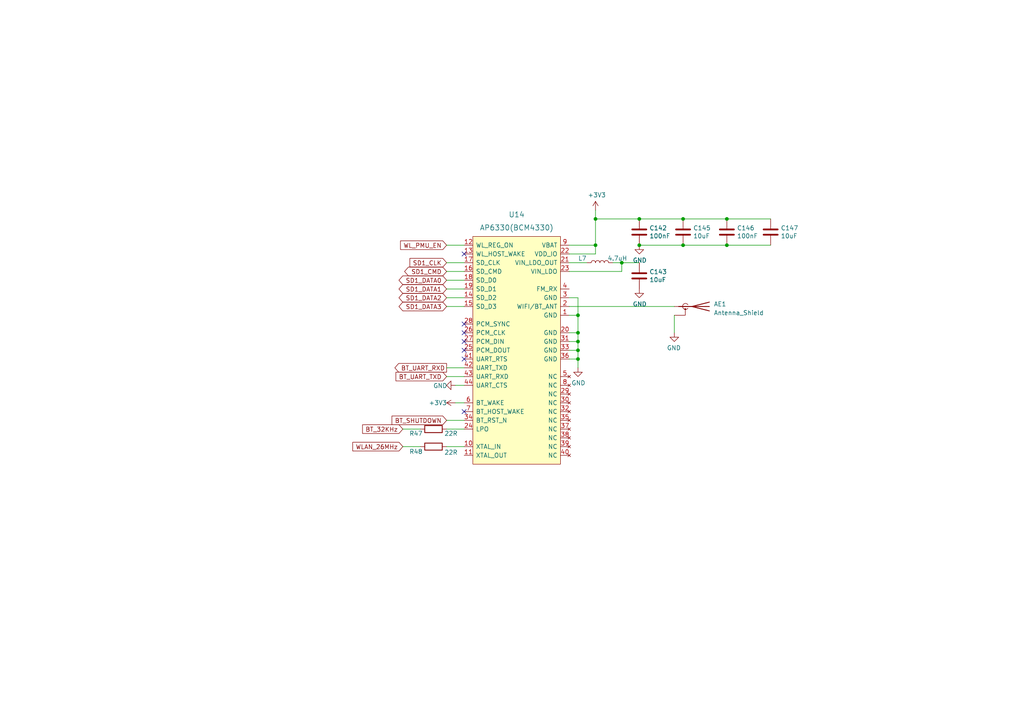
<source format=kicad_sch>
(kicad_sch (version 20230121) (generator eeschema)
  (paper "A4")
  (lib_symbols
    (symbol "Device:Antenna_Shield" (pin_numbers hide) (pin_names (offset 1.016) hide)
      (property "Reference" "AE" (at -1.905 4.445 0))
      (property "Value" "Antenna_Shield" (at -1.905 2.54 0))
      (symbol "Antenna_Shield_0_1"
        (arc (start -0.508 -1.143) (mid -0.8429 -2.1194) (end 0 -2.667))
        (arc (start 0 -2.667) (mid 0.7989 -2.1052) (end 0.508 -1.143))
        (polyline (pts (xy 0 -2.54) (xy 0 0)))
        (polyline (pts (xy 0 5.08) (xy 0 -3.81)) (stroke (width 0.254)))
        (polyline (pts (xy 0.762 -1.905) (xy 2.54 -1.905)))
        (polyline (pts (xy 2.54 -2.54) (xy 2.54 -1.905)))
        (polyline (pts (xy 1.27 5.08) (xy 0 0) (xy -1.27 5.08)) (stroke (width 0.254)))
        (circle (center 0.762 -1.905) (radius 0.1778) (fill (type outline)))
      )
      (symbol "Antenna_Shield_1_1"
        (pin input line (at 0 -5.08 90) (length 2.54) (name "A") (number "1"))
        (pin input line (at 2.54 -5.08 90) (length 2.54) (name "Shield") (number "2"))
      )
    )
    (symbol "Device:C" (pin_numbers hide) (pin_names (offset 0.254))
      (property "Reference" "C" (at 0.635 2.54 0))
      (property "Value" "C" (at 0.635 -2.54 0))
      (symbol "C_0_1"
        (polyline (pts (xy -2.032 -0.762) (xy 2.032 -0.762)) (stroke (width 0.508)))
        (polyline (pts (xy -2.032 0.762) (xy 2.032 0.762)) (stroke (width 0.508)))
      )
      (symbol "C_1_1"
        (pin passive line (at 0 3.81 270) (length 2.794) (name "~") (number "1"))
        (pin passive line (at 0 -3.81 90) (length 2.794) (name "~") (number "2"))
      )
    )
    (symbol "Device:L" (pin_numbers hide) (pin_names (offset 1.016) hide)
      (property "Reference" "L" (at -1.27 0 90))
      (property "Value" "L" (at 1.905 0 90))
      (symbol "L_0_1"
        (arc (start 0 -2.54) (mid 0.6323 -1.905) (end 0 -1.27))
        (arc (start 0 -1.27) (mid 0.6323 -0.635) (end 0 0))
        (arc (start 0 0) (mid 0.6323 0.635) (end 0 1.27))
        (arc (start 0 1.27) (mid 0.6323 1.905) (end 0 2.54))
      )
      (symbol "L_1_1"
        (pin passive line (at 0 3.81 270) (length 1.27) (name "1") (number "1"))
        (pin passive line (at 0 -3.81 90) (length 1.27) (name "2") (number "2"))
      )
    )
    (symbol "Device:R" (pin_numbers hide) (pin_names (offset 0))
      (property "Reference" "R" (at 2.032 0 90))
      (property "Value" "R" (at 0 0 90))
      (symbol "R_0_1"
        (rectangle (start -1.016 -2.54) (end 1.016 2.54) (stroke (width 0.254)))
      )
      (symbol "R_1_1"
        (pin passive line (at 0 3.81 270) (length 1.27) (name "~") (number "1"))
        (pin passive line (at 0 -3.81 90) (length 1.27) (name "~") (number "2"))
      )
    )
    (symbol "power:+3V3" (power) (pin_names (offset 0))
      (property "Value" "+3V3" (at 0 3.556 0))
      (symbol "+3V3_0_1"
        (polyline (pts (xy -0.762 1.27) (xy 0 2.54)))
        (polyline (pts (xy 0 0) (xy 0 2.54)))
        (polyline (pts (xy 0 2.54) (xy 0.762 1.27)))
      )
      (symbol "+3V3_1_1"
        (pin power_in line (at 0 0 90) (length 0) hide (name "+3V3") (number "1"))
      )
    )
    (symbol "power:GND" (power) (pin_names (offset 0))
      (property "Value" "GND" (at 0 -3.81 0))
      (symbol "GND_0_1"
        (polyline (pts (xy 0 0) (xy 0 -1.27) (xy 1.27 -1.27) (xy 0 -2.54) (xy -1.27 -1.27) (xy 0 -1.27)))
      )
      (symbol "GND_1_1"
        (pin power_in line (at 0 0 270) (length 0) hide (name "GND") (number "1"))
      )
    )
    (symbol "symbols:AP6330(BCM4330)" (pin_names (offset 0.889))
      (property "Reference" "U" (at -10.16 34.925 0))
      (property "Value" "AP6330(BCM4330)" (at 0 -34.925 0))
      (symbol "AP6330(BCM4330)_0_1"
        (rectangle (start 12.7 33.02) (end -12.7 -33.02) (fill (type background)))
      )
      (symbol "AP6330(BCM4330)_1_1"
        (pin power_in line (at 15.24 10.16 180) (length 2.4892) (name "GND") (number "1"))
        (pin input line (at -15.24 -27.94 0) (length 2.4892) (name "XTAL_IN") (number "10"))
        (pin output line (at -15.24 -30.48 0) (length 2.4892) (name "XTAL_OUT") (number "11"))
        (pin input line (at -15.24 30.48 0) (length 2.4892) (name "WL_REG_ON") (number "12"))
        (pin output line (at -15.24 27.94 0) (length 2.4892) (name "WL_HOST_WAKE") (number "13"))
        (pin bidirectional line (at -15.24 15.24 0) (length 2.4892) (name "SD_D2") (number "14"))
        (pin bidirectional line (at -15.24 12.7 0) (length 2.4892) (name "SD_D3") (number "15"))
        (pin bidirectional line (at -15.24 22.86 0) (length 2.4892) (name "SD_CMD") (number "16"))
        (pin input line (at -15.24 25.4 0) (length 2.4892) (name "SD_CLK") (number "17"))
        (pin bidirectional line (at -15.24 20.32 0) (length 2.4892) (name "SD_D0") (number "18"))
        (pin bidirectional line (at -15.24 17.78 0) (length 2.4892) (name "SD_D1") (number "19"))
        (pin bidirectional line (at 15.24 12.7 180) (length 2.4892) (name "WIFI/BT_ANT") (number "2"))
        (pin power_in line (at 15.24 5.08 180) (length 2.4892) (name "GND") (number "20"))
        (pin power_out line (at 15.24 25.4 180) (length 2.4892) (name "VIN_LDO_OUT") (number "21"))
        (pin power_in line (at 15.24 27.94 180) (length 2.4892) (name "VDD_IO") (number "22"))
        (pin power_in line (at 15.24 22.86 180) (length 2.4892) (name "VIN_LDO") (number "23"))
        (pin bidirectional line (at -15.24 -22.86 0) (length 2.4892) (name "LPO") (number "24"))
        (pin output line (at -15.24 0 0) (length 2.4892) (name "PCM_DOUT") (number "25"))
        (pin input line (at -15.24 5.08 0) (length 2.4892) (name "PCM_CLK") (number "26"))
        (pin input line (at -15.24 2.54 0) (length 2.4892) (name "PCM_DIN") (number "27"))
        (pin input line (at -15.24 7.62 0) (length 2.4892) (name "PCM_SYNC") (number "28"))
        (pin no_connect line (at 15.24 -12.7 180) (length 2.4892) (name "NC") (number "29"))
        (pin power_in line (at 15.24 15.24 180) (length 2.4892) (name "GND") (number "3"))
        (pin no_connect line (at 15.24 -15.24 180) (length 2.4892) (name "NC") (number "30"))
        (pin power_in line (at 15.24 2.54 180) (length 2.4892) (name "GND") (number "31"))
        (pin no_connect line (at 15.24 -17.78 180) (length 2.4892) (name "NC") (number "32"))
        (pin power_in line (at 15.24 0 180) (length 2.4892) (name "GND") (number "33"))
        (pin input line (at -15.24 -20.32 0) (length 2.4892) (name "BT_RST_N") (number "34"))
        (pin no_connect line (at 15.24 -20.32 180) (length 2.4892) (name "NC") (number "35"))
        (pin power_in line (at 15.24 -2.54 180) (length 2.4892) (name "GND") (number "36"))
        (pin no_connect line (at 15.24 -22.86 180) (length 2.4892) (name "NC") (number "37"))
        (pin no_connect line (at 15.24 -25.4 180) (length 2.4892) (name "NC") (number "38"))
        (pin no_connect line (at 15.24 -27.94 180) (length 2.4892) (name "NC") (number "39"))
        (pin input line (at 15.24 17.78 180) (length 2.4892) (name "FM_RX") (number "4"))
        (pin no_connect line (at 15.24 -30.48 180) (length 2.4892) (name "NC") (number "40"))
        (pin output line (at -15.24 -2.54 0) (length 2.4892) (name "UART_RTS") (number "41"))
        (pin output line (at -15.24 -5.08 0) (length 2.4892) (name "UART_TXD") (number "42"))
        (pin input line (at -15.24 -7.62 0) (length 2.4892) (name "UART_RXD") (number "43"))
        (pin input line (at -15.24 -10.16 0) (length 2.4892) (name "UART_CTS") (number "44"))
        (pin no_connect line (at 15.24 -7.62 180) (length 2.4892) (name "NC") (number "5"))
        (pin input line (at -15.24 -15.24 0) (length 2.4892) (name "BT_WAKE") (number "6"))
        (pin output line (at -15.24 -17.78 0) (length 2.4892) (name "BT_HOST_WAKE") (number "7"))
        (pin no_connect line (at 15.24 -10.16 180) (length 2.4892) (name "NC") (number "8"))
        (pin power_in line (at 15.24 30.48 180) (length 2.4892) (name "VBAT") (number "9"))
      )
    )
  )
  (junction (at 167.64 101.6) (diameter 0.9144))
  (junction (at 167.64 104.14) (diameter 0.9144))
  (junction (at 172.72 63.5))
  (junction (at 167.64 91.44))
  (junction (at 185.42 71.12))
  (junction (at 198.12 63.5))
  (junction (at 210.82 63.5))
  (junction (at 180.34 76.2))
  (junction (at 185.42 63.5))
  (junction (at 198.12 71.12))
  (junction (at 172.72 71.12) (diameter 0.9144))
  (junction (at 210.82 71.12))
  (junction (at 167.64 96.52))
  (junction (at 167.64 99.06) (diameter 0.9144))
  (no_connect (at 134.62 99.06))
  (no_connect (at 134.62 93.98))
  (no_connect (at 134.62 119.38))
  (no_connect (at 134.62 96.52))
  (no_connect (at 134.62 73.66))
  (no_connect (at 134.62 104.14))
  (no_connect (at 134.62 101.6))
  (wire (pts (xy 180.34 76.2) (xy 180.34 78.74)))
  (wire (pts (xy 165.1 101.6) (xy 167.64 101.6)))
  (wire (pts (xy 172.72 60.96) (xy 172.72 63.5)))
  (wire (pts (xy 165.1 71.12) (xy 172.72 71.12)))
  (wire (pts (xy 129.54 81.28) (xy 134.62 81.28)))
  (wire (pts (xy 172.72 63.5) (xy 185.42 63.5)))
  (wire (pts (xy 165.1 91.44) (xy 167.64 91.44)))
  (wire (pts (xy 129.54 124.46) (xy 134.62 124.46)))
  (wire (pts (xy 129.54 76.2) (xy 134.62 76.2)))
  (wire (pts (xy 129.54 109.22) (xy 134.62 109.22)))
  (wire (pts (xy 167.64 86.36) (xy 167.64 91.44)))
  (wire (pts (xy 129.54 71.12) (xy 134.62 71.12)))
  (wire (pts (xy 180.34 76.2) (xy 185.42 76.2)))
  (wire (pts (xy 132.08 116.84) (xy 134.62 116.84)))
  (wire (pts (xy 167.64 101.6) (xy 167.64 104.14)))
  (wire (pts (xy 129.54 83.82) (xy 134.62 83.82)))
  (wire (pts (xy 195.58 91.44) (xy 195.58 96.52)))
  (wire (pts (xy 129.54 78.74) (xy 134.62 78.74)))
  (wire (pts (xy 167.64 99.06) (xy 167.64 101.6)))
  (wire (pts (xy 165.1 73.66) (xy 172.72 73.66)))
  (wire (pts (xy 198.12 71.12) (xy 210.82 71.12)))
  (wire (pts (xy 129.54 129.54) (xy 134.62 129.54)))
  (wire (pts (xy 167.64 91.44) (xy 167.64 96.52)))
  (wire (pts (xy 165.1 86.36) (xy 167.64 86.36)))
  (wire (pts (xy 180.34 78.74) (xy 165.1 78.74)))
  (wire (pts (xy 129.54 88.9) (xy 134.62 88.9)))
  (wire (pts (xy 165.1 99.06) (xy 167.64 99.06)))
  (wire (pts (xy 129.54 86.36) (xy 134.62 86.36)))
  (wire (pts (xy 172.72 71.12) (xy 172.72 73.66)))
  (wire (pts (xy 116.84 129.54) (xy 121.92 129.54)))
  (wire (pts (xy 210.82 63.5) (xy 223.52 63.5)))
  (wire (pts (xy 198.12 63.5) (xy 210.82 63.5)))
  (wire (pts (xy 165.1 104.14) (xy 167.64 104.14)))
  (wire (pts (xy 165.1 88.9) (xy 195.58 88.9)))
  (wire (pts (xy 223.52 71.12) (xy 210.82 71.12)))
  (wire (pts (xy 172.72 63.5) (xy 172.72 71.12)))
  (wire (pts (xy 198.12 71.12) (xy 185.42 71.12)))
  (wire (pts (xy 177.8 76.2) (xy 180.34 76.2)))
  (wire (pts (xy 167.64 104.14) (xy 167.64 106.68)))
  (wire (pts (xy 132.08 111.76) (xy 134.62 111.76)))
  (wire (pts (xy 116.84 124.46) (xy 121.92 124.46)))
  (wire (pts (xy 167.64 96.52) (xy 167.64 99.06)))
  (wire (pts (xy 129.54 121.92) (xy 134.62 121.92)))
  (wire (pts (xy 185.42 63.5) (xy 198.12 63.5)))
  (wire (pts (xy 165.1 96.52) (xy 167.64 96.52)))
  (wire (pts (xy 129.54 106.68) (xy 134.62 106.68)))
  (wire (pts (xy 165.1 76.2) (xy 170.18 76.2)))
  (global_label "SD1_CMD" (shape bidirectional) (at 129.54 78.74 180) (property "Intersheetrefs" "${INTERSHEET_REFS}" (effects hide)))
  (global_label "SD1_CLK" (shape input) (at 129.54 76.2 180) (property "Intersheetrefs" "${INTERSHEET_REFS}" (effects hide)))
  (global_label "BT_32KHz" (shape input) (at 116.84 124.46 180) (property "Intersheetrefs" "${INTERSHEET_REFS}" (effects hide)))
  (global_label "SD1_DATA2" (shape bidirectional) (at 129.54 86.36 180) (property "Intersheetrefs" "${INTERSHEET_REFS}" (effects hide)))
  (global_label "SD1_DATA0" (shape bidirectional) (at 129.54 81.28 180) (property "Intersheetrefs" "${INTERSHEET_REFS}" (effects hide)))
  (global_label "WL_PMU_EN" (shape input) (at 129.54 71.12 180) (property "Intersheetrefs" "${INTERSHEET_REFS}" (effects hide)))
  (global_label "SD1_DATA1" (shape bidirectional) (at 129.54 83.82 180) (property "Intersheetrefs" "${INTERSHEET_REFS}" (effects hide)))
  (global_label "WLAN_26MHz" (shape input) (at 116.84 129.54 180) (property "Intersheetrefs" "${INTERSHEET_REFS}" (effects hide)))
  (global_label "BT_UART_TXD" (shape input) (at 129.54 109.22 180) (property "Intersheetrefs" "${INTERSHEET_REFS}" (effects hide)))
  (global_label "BT_SHUTDOWN" (shape input) (at 129.54 121.92 180) (property "Intersheetrefs" "${INTERSHEET_REFS}" (effects hide)))
  (global_label "BT_UART_RXD" (shape output) (at 129.54 106.68 180) (property "Intersheetrefs" "${INTERSHEET_REFS}" (effects hide)))
  (global_label "SD1_DATA3" (shape bidirectional) (at 129.54 88.9 180) (property "Intersheetrefs" "${INTERSHEET_REFS}" (effects hide)))
  (symbol (lib_id "Device:C") (at 198.12 67.31 0) (unit 1)
    (property "Reference" "C145" (at 201.041 66.1416 0) (effects (justify left)))
    (property "Value" "10uF" (at 201.041 68.453 0) (effects (justify left)))
    (property "Footprint" "Capacitor_SMD:C_0805_2012Metric" (effects hide))
    (instances (project "pcb" (path "" (reference "C145") (unit 1))) (project "pcb" (path "" (reference "C905") (unit 1))))
  )
  (symbol (lib_id "Device:Antenna_Shield") (at 200.66 88.9 270) (unit 1)
    (property "Reference" "AE1" (at 207.01 88.2015 90) (effects (justify left)))
    (property "Value" "Antenna_Shield" (at 207.01 90.7415 90) (effects (justify left)))
    (property "Footprint" "footprints:bt_antenna_1ant_2gnd_mirror" (effects hide))
  )
  (symbol (lib_id "power:GND") (at 185.42 83.82 0) (unit 1)
    (property "Reference" "#PWR0196" (effects hide))
    (property "Value" "GND" (at 185.547 88.2142 0))
    (instances (project "pcb" (path "" (reference "#PWR0196") (unit 1))) (project "pcb" (path "" (reference "#PWR0908") (unit 1))))
  )
  (symbol (lib_id "Device:C") (at 210.82 67.31 0) (unit 1)
    (property "Reference" "C146" (at 213.741 66.1416 0) (effects (justify left)))
    (property "Value" "100nF" (at 213.741 68.453 0) (effects (justify left)))
    (property "Footprint" "Capacitor_SMD:C_0402_1005Metric" (effects hide))
    (instances (project "pcb" (path "" (reference "C146") (unit 1))) (project "pcb" (path "" (reference "C906") (unit 1))))
  )
  (symbol (lib_id "Device:C") (at 185.42 80.01 0) (unit 1)
    (property "Reference" "C143" (at 188.341 78.8416 0) (effects (justify left)))
    (property "Value" "10uF" (at 188.341 81.153 0) (effects (justify left)))
    (property "Footprint" "Capacitor_SMD:C_0805_2012Metric" (effects hide))
    (instances (project "pcb" (path "" (reference "C143") (unit 1))) (project "pcb" (path "" (reference "C909") (unit 1))))
  )
  (symbol (lib_id "power:GND") (at 167.64 106.68 0) (unit 1)
    (property "Reference" "#PWR0192" (effects hide))
    (property "Value" "GND" (at 167.767 111.0742 0))
    (instances (project "pcb" (path "" (reference "#PWR0192") (unit 1))) (project "pcb" (path "" (reference "#PWR0905") (unit 1))))
  )
  (symbol (lib_id "Device:C") (at 185.42 67.31 0) (unit 1)
    (property "Reference" "C142" (at 188.341 66.1416 0) (effects (justify left)))
    (property "Value" "100nF" (at 188.341 68.453 0) (effects (justify left)))
    (property "Footprint" "Capacitor_SMD:C_0402_1005Metric" (effects hide))
    (instances (project "pcb" (path "" (reference "C142") (unit 1))) (project "pcb" (path "" (reference "C904") (unit 1))))
  )
  (symbol (lib_id "Device:C") (at 223.52 67.31 0) (unit 1)
    (property "Reference" "C147" (at 226.441 66.1416 0) (effects (justify left)))
    (property "Value" "10uF" (at 226.441 68.453 0) (effects (justify left)))
    (property "Footprint" "Capacitor_SMD:C_0805_2012Metric" (effects hide))
    (instances (project "pcb" (path "" (reference "C147") (unit 1))) (project "pcb" (path "" (reference "C907") (unit 1))))
  )
  (symbol (lib_id "power:+3V3") (at 132.08 116.84 90) (unit 1)
    (property "Reference" "#PWR0191" (effects hide))
    (property "Value" "+3V3" (at 127 116.84 90))
    (instances (project "pcb" (path "" (reference "#PWR0191") (unit 1))) (project "pcb" (path "" (reference "#PWR0906") (unit 1))))
  )
  (symbol (lib_id "power:GND") (at 195.58 96.52 0) (mirror y) (unit 1)
    (property "Reference" "#PWR0198" (effects hide))
    (property "Value" "GND" (at 195.453 100.9142 0))
    (instances (project "pcb" (path "" (reference "#PWR0198") (unit 1))) (project "pcb" (path "" (reference "#PWR0901") (unit 1))))
  )
  (symbol (lib_id "Device:R") (at 125.73 124.46 90) (mirror x) (unit 1)
    (property "Reference" "R47" (at 120.65 125.73 90))
    (property "Value" "22R" (at 130.81 125.73 90))
    (property "Footprint" "Resistor_SMD:R_0402_1005Metric" (effects hide))
    (instances (project "pcb" (path "" (reference "R47") (unit 1))) (project "pcb" (path "" (reference "R904") (unit 1))))
  )
  (symbol (lib_id "power:GND") (at 185.42 71.12 0) (unit 1)
    (property "Reference" "#PWR0195" (effects hide))
    (property "Value" "GND" (at 185.547 75.5142 0))
    (instances (project "pcb" (path "" (reference "#PWR0195") (unit 1))) (project "pcb" (path "" (reference "#PWR0907") (unit 1))))
  )
  (symbol (lib_id "symbols:AP6330(BCM4330)") (at 149.86 101.6 0) (unit 1)
    (property "Reference" "U14" (at 149.86 62.23 0) (effects (font (size 1.524 1.524))))
    (property "Value" "AP6330(BCM4330)" (at 149.86 66.04 0) (effects (font (size 1.524 1.524))))
    (property "Footprint" "footprints:RL-SM02BD(RTL8723BS)" (effects hide))
    (instances (project "pcb" (path "" (reference "U14") (unit 1))) (project "pcb" (path "" (reference "U901") (unit 1))))
  )
  (symbol (lib_id "Device:L") (at 173.99 76.2 90) (unit 1)
    (property "Reference" "L7" (at 168.91 74.93 90))
    (property "Value" "4.7uH" (at 179.07 74.93 90))
    (property "Footprint" "footprints:L_1212" (effects hide))
    (instances (project "pcb" (path "" (reference "L7") (unit 1))) (project "pcb" (path "" (reference "L901") (unit 1))))
  )
  (symbol (lib_id "power:GND") (at 132.08 111.76 270) (unit 1)
    (property "Reference" "#PWR0190" (effects hide))
    (property "Value" "GND" (at 127.6858 111.887 90))
    (instances (project "pcb" (path "" (reference "#PWR0190") (unit 1))) (project "pcb" (path "" (reference "#PWR0905") (unit 1))))
  )
  (symbol (lib_id "power:+3V3") (at 172.72 60.96 0) (unit 1)
    (property "Reference" "#PWR0193" (effects hide))
    (property "Value" "+3V3" (at 173.101 56.5658 0))
    (instances (project "pcb" (path "" (reference "#PWR0193") (unit 1))) (project "pcb" (path "" (reference "#PWR0906") (unit 1))))
  )
  (symbol (lib_id "Device:R") (at 125.73 129.54 90) (unit 1)
    (property "Reference" "R48" (at 120.65 130.9878 90))
    (property "Value" "22R" (at 130.81 131.2164 90))
    (property "Footprint" "Resistor_SMD:R_0402_1005Metric" (effects hide))
    (instances (project "pcb" (path "" (reference "R48") (unit 1))) (project "pcb" (path "" (reference "R902") (unit 1))))
  )
)
</source>
